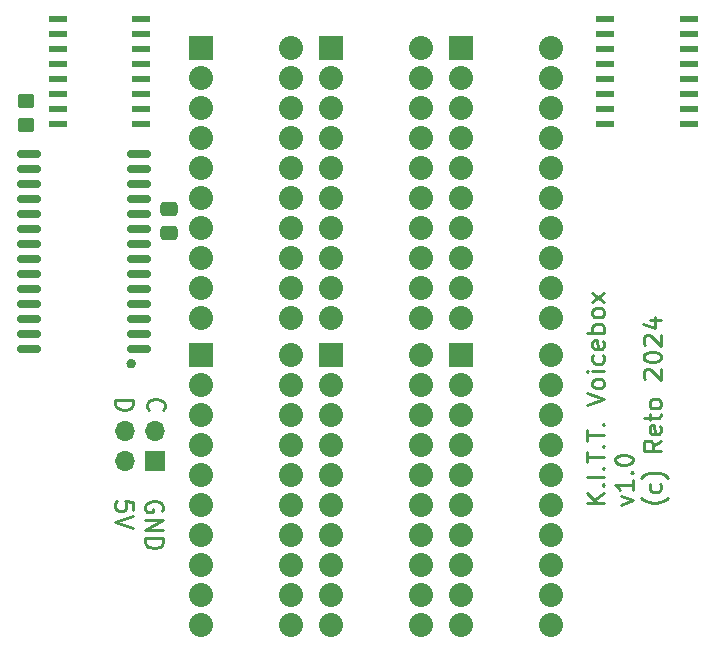
<source format=gbr>
%TF.GenerationSoftware,KiCad,Pcbnew,7.0.9*%
%TF.CreationDate,2023-12-20T20:56:42+01:00*%
%TF.ProjectId,KITT_Voicebox_v1.0,4b495454-5f56-46f6-9963-65626f785f76,rev?*%
%TF.SameCoordinates,Original*%
%TF.FileFunction,Soldermask,Top*%
%TF.FilePolarity,Negative*%
%FSLAX46Y46*%
G04 Gerber Fmt 4.6, Leading zero omitted, Abs format (unit mm)*
G04 Created by KiCad (PCBNEW 7.0.9) date 2023-12-20 20:56:42*
%MOMM*%
%LPD*%
G01*
G04 APERTURE LIST*
G04 Aperture macros list*
%AMRoundRect*
0 Rectangle with rounded corners*
0 $1 Rounding radius*
0 $2 $3 $4 $5 $6 $7 $8 $9 X,Y pos of 4 corners*
0 Add a 4 corners polygon primitive as box body*
4,1,4,$2,$3,$4,$5,$6,$7,$8,$9,$2,$3,0*
0 Add four circle primitives for the rounded corners*
1,1,$1+$1,$2,$3*
1,1,$1+$1,$4,$5*
1,1,$1+$1,$6,$7*
1,1,$1+$1,$8,$9*
0 Add four rect primitives between the rounded corners*
20,1,$1+$1,$2,$3,$4,$5,0*
20,1,$1+$1,$4,$5,$6,$7,0*
20,1,$1+$1,$6,$7,$8,$9,0*
20,1,$1+$1,$8,$9,$2,$3,0*%
G04 Aperture macros list end*
%ADD10C,0.400000*%
%ADD11C,0.250000*%
%ADD12R,2.032000X2.032000*%
%ADD13C,2.032000*%
%ADD14R,1.700000X1.700000*%
%ADD15O,1.700000X1.700000*%
%ADD16R,1.500000X0.600000*%
%ADD17RoundRect,0.150000X0.875000X0.150000X-0.875000X0.150000X-0.875000X-0.150000X0.875000X-0.150000X0*%
%ADD18RoundRect,0.250000X0.475000X-0.337500X0.475000X0.337500X-0.475000X0.337500X-0.475000X-0.337500X0*%
%ADD19RoundRect,0.250000X-0.450000X0.350000X-0.450000X-0.350000X0.450000X-0.350000X0.450000X0.350000X0*%
G04 APERTURE END LIST*
D10*
X107261000Y-91694000D02*
G75*
G03*
X107261000Y-91694000I-200000J0D01*
G01*
D11*
X107233571Y-104105901D02*
X107233571Y-103391615D01*
X107233571Y-103391615D02*
X106519285Y-103320187D01*
X106519285Y-103320187D02*
X106590714Y-103391615D01*
X106590714Y-103391615D02*
X106662142Y-103534473D01*
X106662142Y-103534473D02*
X106662142Y-103891615D01*
X106662142Y-103891615D02*
X106590714Y-104034473D01*
X106590714Y-104034473D02*
X106519285Y-104105901D01*
X106519285Y-104105901D02*
X106376428Y-104177330D01*
X106376428Y-104177330D02*
X106019285Y-104177330D01*
X106019285Y-104177330D02*
X105876428Y-104105901D01*
X105876428Y-104105901D02*
X105805000Y-104034473D01*
X105805000Y-104034473D02*
X105733571Y-103891615D01*
X105733571Y-103891615D02*
X105733571Y-103534473D01*
X105733571Y-103534473D02*
X105805000Y-103391615D01*
X105805000Y-103391615D02*
X105876428Y-103320187D01*
X107233571Y-104605901D02*
X105733571Y-105105901D01*
X105733571Y-105105901D02*
X107233571Y-105605901D01*
X105733571Y-94755615D02*
X107233571Y-94755615D01*
X107233571Y-94755615D02*
X107233571Y-95112758D01*
X107233571Y-95112758D02*
X107162142Y-95327044D01*
X107162142Y-95327044D02*
X107019285Y-95469901D01*
X107019285Y-95469901D02*
X106876428Y-95541330D01*
X106876428Y-95541330D02*
X106590714Y-95612758D01*
X106590714Y-95612758D02*
X106376428Y-95612758D01*
X106376428Y-95612758D02*
X106090714Y-95541330D01*
X106090714Y-95541330D02*
X105947857Y-95469901D01*
X105947857Y-95469901D02*
X105805000Y-95327044D01*
X105805000Y-95327044D02*
X105733571Y-95112758D01*
X105733571Y-95112758D02*
X105733571Y-94755615D01*
X109702142Y-104177330D02*
X109773571Y-104034473D01*
X109773571Y-104034473D02*
X109773571Y-103820187D01*
X109773571Y-103820187D02*
X109702142Y-103605901D01*
X109702142Y-103605901D02*
X109559285Y-103463044D01*
X109559285Y-103463044D02*
X109416428Y-103391615D01*
X109416428Y-103391615D02*
X109130714Y-103320187D01*
X109130714Y-103320187D02*
X108916428Y-103320187D01*
X108916428Y-103320187D02*
X108630714Y-103391615D01*
X108630714Y-103391615D02*
X108487857Y-103463044D01*
X108487857Y-103463044D02*
X108345000Y-103605901D01*
X108345000Y-103605901D02*
X108273571Y-103820187D01*
X108273571Y-103820187D02*
X108273571Y-103963044D01*
X108273571Y-103963044D02*
X108345000Y-104177330D01*
X108345000Y-104177330D02*
X108416428Y-104248758D01*
X108416428Y-104248758D02*
X108916428Y-104248758D01*
X108916428Y-104248758D02*
X108916428Y-103963044D01*
X108273571Y-104891615D02*
X109773571Y-104891615D01*
X109773571Y-104891615D02*
X108273571Y-105748758D01*
X108273571Y-105748758D02*
X109773571Y-105748758D01*
X108273571Y-106463044D02*
X109773571Y-106463044D01*
X109773571Y-106463044D02*
X109773571Y-106820187D01*
X109773571Y-106820187D02*
X109702142Y-107034473D01*
X109702142Y-107034473D02*
X109559285Y-107177330D01*
X109559285Y-107177330D02*
X109416428Y-107248759D01*
X109416428Y-107248759D02*
X109130714Y-107320187D01*
X109130714Y-107320187D02*
X108916428Y-107320187D01*
X108916428Y-107320187D02*
X108630714Y-107248759D01*
X108630714Y-107248759D02*
X108487857Y-107177330D01*
X108487857Y-107177330D02*
X108345000Y-107034473D01*
X108345000Y-107034473D02*
X108273571Y-106820187D01*
X108273571Y-106820187D02*
X108273571Y-106463044D01*
X108543428Y-95612758D02*
X108472000Y-95541330D01*
X108472000Y-95541330D02*
X108400571Y-95327044D01*
X108400571Y-95327044D02*
X108400571Y-95184187D01*
X108400571Y-95184187D02*
X108472000Y-94969901D01*
X108472000Y-94969901D02*
X108614857Y-94827044D01*
X108614857Y-94827044D02*
X108757714Y-94755615D01*
X108757714Y-94755615D02*
X109043428Y-94684187D01*
X109043428Y-94684187D02*
X109257714Y-94684187D01*
X109257714Y-94684187D02*
X109543428Y-94755615D01*
X109543428Y-94755615D02*
X109686285Y-94827044D01*
X109686285Y-94827044D02*
X109829142Y-94969901D01*
X109829142Y-94969901D02*
X109900571Y-95184187D01*
X109900571Y-95184187D02*
X109900571Y-95327044D01*
X109900571Y-95327044D02*
X109829142Y-95541330D01*
X109829142Y-95541330D02*
X109757714Y-95612758D01*
X147119428Y-103491384D02*
X145619428Y-103491384D01*
X147119428Y-102634241D02*
X146262285Y-103277098D01*
X145619428Y-102634241D02*
X146476571Y-103491384D01*
X146976571Y-101991384D02*
X147048000Y-101919955D01*
X147048000Y-101919955D02*
X147119428Y-101991384D01*
X147119428Y-101991384D02*
X147048000Y-102062812D01*
X147048000Y-102062812D02*
X146976571Y-101991384D01*
X146976571Y-101991384D02*
X147119428Y-101991384D01*
X147119428Y-101277098D02*
X145619428Y-101277098D01*
X146976571Y-100562812D02*
X147048000Y-100491383D01*
X147048000Y-100491383D02*
X147119428Y-100562812D01*
X147119428Y-100562812D02*
X147048000Y-100634240D01*
X147048000Y-100634240D02*
X146976571Y-100562812D01*
X146976571Y-100562812D02*
X147119428Y-100562812D01*
X145619428Y-100062811D02*
X145619428Y-99205669D01*
X147119428Y-99634240D02*
X145619428Y-99634240D01*
X146976571Y-98705669D02*
X147048000Y-98634240D01*
X147048000Y-98634240D02*
X147119428Y-98705669D01*
X147119428Y-98705669D02*
X147048000Y-98777097D01*
X147048000Y-98777097D02*
X146976571Y-98705669D01*
X146976571Y-98705669D02*
X147119428Y-98705669D01*
X145619428Y-98205668D02*
X145619428Y-97348526D01*
X147119428Y-97777097D02*
X145619428Y-97777097D01*
X146976571Y-96848526D02*
X147048000Y-96777097D01*
X147048000Y-96777097D02*
X147119428Y-96848526D01*
X147119428Y-96848526D02*
X147048000Y-96919954D01*
X147048000Y-96919954D02*
X146976571Y-96848526D01*
X146976571Y-96848526D02*
X147119428Y-96848526D01*
X145619428Y-95205668D02*
X147119428Y-94705668D01*
X147119428Y-94705668D02*
X145619428Y-94205668D01*
X147119428Y-93491383D02*
X147048000Y-93634240D01*
X147048000Y-93634240D02*
X146976571Y-93705669D01*
X146976571Y-93705669D02*
X146833714Y-93777097D01*
X146833714Y-93777097D02*
X146405142Y-93777097D01*
X146405142Y-93777097D02*
X146262285Y-93705669D01*
X146262285Y-93705669D02*
X146190857Y-93634240D01*
X146190857Y-93634240D02*
X146119428Y-93491383D01*
X146119428Y-93491383D02*
X146119428Y-93277097D01*
X146119428Y-93277097D02*
X146190857Y-93134240D01*
X146190857Y-93134240D02*
X146262285Y-93062812D01*
X146262285Y-93062812D02*
X146405142Y-92991383D01*
X146405142Y-92991383D02*
X146833714Y-92991383D01*
X146833714Y-92991383D02*
X146976571Y-93062812D01*
X146976571Y-93062812D02*
X147048000Y-93134240D01*
X147048000Y-93134240D02*
X147119428Y-93277097D01*
X147119428Y-93277097D02*
X147119428Y-93491383D01*
X147119428Y-92348526D02*
X146119428Y-92348526D01*
X145619428Y-92348526D02*
X145690857Y-92419954D01*
X145690857Y-92419954D02*
X145762285Y-92348526D01*
X145762285Y-92348526D02*
X145690857Y-92277097D01*
X145690857Y-92277097D02*
X145619428Y-92348526D01*
X145619428Y-92348526D02*
X145762285Y-92348526D01*
X147048000Y-90991383D02*
X147119428Y-91134240D01*
X147119428Y-91134240D02*
X147119428Y-91419954D01*
X147119428Y-91419954D02*
X147048000Y-91562811D01*
X147048000Y-91562811D02*
X146976571Y-91634240D01*
X146976571Y-91634240D02*
X146833714Y-91705668D01*
X146833714Y-91705668D02*
X146405142Y-91705668D01*
X146405142Y-91705668D02*
X146262285Y-91634240D01*
X146262285Y-91634240D02*
X146190857Y-91562811D01*
X146190857Y-91562811D02*
X146119428Y-91419954D01*
X146119428Y-91419954D02*
X146119428Y-91134240D01*
X146119428Y-91134240D02*
X146190857Y-90991383D01*
X147048000Y-89777097D02*
X147119428Y-89919954D01*
X147119428Y-89919954D02*
X147119428Y-90205669D01*
X147119428Y-90205669D02*
X147048000Y-90348526D01*
X147048000Y-90348526D02*
X146905142Y-90419954D01*
X146905142Y-90419954D02*
X146333714Y-90419954D01*
X146333714Y-90419954D02*
X146190857Y-90348526D01*
X146190857Y-90348526D02*
X146119428Y-90205669D01*
X146119428Y-90205669D02*
X146119428Y-89919954D01*
X146119428Y-89919954D02*
X146190857Y-89777097D01*
X146190857Y-89777097D02*
X146333714Y-89705669D01*
X146333714Y-89705669D02*
X146476571Y-89705669D01*
X146476571Y-89705669D02*
X146619428Y-90419954D01*
X147119428Y-89062812D02*
X145619428Y-89062812D01*
X146190857Y-89062812D02*
X146119428Y-88919955D01*
X146119428Y-88919955D02*
X146119428Y-88634240D01*
X146119428Y-88634240D02*
X146190857Y-88491383D01*
X146190857Y-88491383D02*
X146262285Y-88419955D01*
X146262285Y-88419955D02*
X146405142Y-88348526D01*
X146405142Y-88348526D02*
X146833714Y-88348526D01*
X146833714Y-88348526D02*
X146976571Y-88419955D01*
X146976571Y-88419955D02*
X147048000Y-88491383D01*
X147048000Y-88491383D02*
X147119428Y-88634240D01*
X147119428Y-88634240D02*
X147119428Y-88919955D01*
X147119428Y-88919955D02*
X147048000Y-89062812D01*
X147119428Y-87491383D02*
X147048000Y-87634240D01*
X147048000Y-87634240D02*
X146976571Y-87705669D01*
X146976571Y-87705669D02*
X146833714Y-87777097D01*
X146833714Y-87777097D02*
X146405142Y-87777097D01*
X146405142Y-87777097D02*
X146262285Y-87705669D01*
X146262285Y-87705669D02*
X146190857Y-87634240D01*
X146190857Y-87634240D02*
X146119428Y-87491383D01*
X146119428Y-87491383D02*
X146119428Y-87277097D01*
X146119428Y-87277097D02*
X146190857Y-87134240D01*
X146190857Y-87134240D02*
X146262285Y-87062812D01*
X146262285Y-87062812D02*
X146405142Y-86991383D01*
X146405142Y-86991383D02*
X146833714Y-86991383D01*
X146833714Y-86991383D02*
X146976571Y-87062812D01*
X146976571Y-87062812D02*
X147048000Y-87134240D01*
X147048000Y-87134240D02*
X147119428Y-87277097D01*
X147119428Y-87277097D02*
X147119428Y-87491383D01*
X147119428Y-86491383D02*
X146119428Y-85705669D01*
X146119428Y-86491383D02*
X147119428Y-85705669D01*
X148534428Y-103634241D02*
X149534428Y-103277098D01*
X149534428Y-103277098D02*
X148534428Y-102919955D01*
X149534428Y-101562812D02*
X149534428Y-102419955D01*
X149534428Y-101991384D02*
X148034428Y-101991384D01*
X148034428Y-101991384D02*
X148248714Y-102134241D01*
X148248714Y-102134241D02*
X148391571Y-102277098D01*
X148391571Y-102277098D02*
X148463000Y-102419955D01*
X149391571Y-100919956D02*
X149463000Y-100848527D01*
X149463000Y-100848527D02*
X149534428Y-100919956D01*
X149534428Y-100919956D02*
X149463000Y-100991384D01*
X149463000Y-100991384D02*
X149391571Y-100919956D01*
X149391571Y-100919956D02*
X149534428Y-100919956D01*
X148034428Y-99919955D02*
X148034428Y-99777098D01*
X148034428Y-99777098D02*
X148105857Y-99634241D01*
X148105857Y-99634241D02*
X148177285Y-99562813D01*
X148177285Y-99562813D02*
X148320142Y-99491384D01*
X148320142Y-99491384D02*
X148605857Y-99419955D01*
X148605857Y-99419955D02*
X148963000Y-99419955D01*
X148963000Y-99419955D02*
X149248714Y-99491384D01*
X149248714Y-99491384D02*
X149391571Y-99562813D01*
X149391571Y-99562813D02*
X149463000Y-99634241D01*
X149463000Y-99634241D02*
X149534428Y-99777098D01*
X149534428Y-99777098D02*
X149534428Y-99919955D01*
X149534428Y-99919955D02*
X149463000Y-100062813D01*
X149463000Y-100062813D02*
X149391571Y-100134241D01*
X149391571Y-100134241D02*
X149248714Y-100205670D01*
X149248714Y-100205670D02*
X148963000Y-100277098D01*
X148963000Y-100277098D02*
X148605857Y-100277098D01*
X148605857Y-100277098D02*
X148320142Y-100205670D01*
X148320142Y-100205670D02*
X148177285Y-100134241D01*
X148177285Y-100134241D02*
X148105857Y-100062813D01*
X148105857Y-100062813D02*
X148034428Y-99919955D01*
X152520857Y-103062812D02*
X152449428Y-103134241D01*
X152449428Y-103134241D02*
X152235142Y-103277098D01*
X152235142Y-103277098D02*
X152092285Y-103348527D01*
X152092285Y-103348527D02*
X151878000Y-103419955D01*
X151878000Y-103419955D02*
X151520857Y-103491384D01*
X151520857Y-103491384D02*
X151235142Y-103491384D01*
X151235142Y-103491384D02*
X150878000Y-103419955D01*
X150878000Y-103419955D02*
X150663714Y-103348527D01*
X150663714Y-103348527D02*
X150520857Y-103277098D01*
X150520857Y-103277098D02*
X150306571Y-103134241D01*
X150306571Y-103134241D02*
X150235142Y-103062812D01*
X151878000Y-101848527D02*
X151949428Y-101991384D01*
X151949428Y-101991384D02*
X151949428Y-102277098D01*
X151949428Y-102277098D02*
X151878000Y-102419955D01*
X151878000Y-102419955D02*
X151806571Y-102491384D01*
X151806571Y-102491384D02*
X151663714Y-102562812D01*
X151663714Y-102562812D02*
X151235142Y-102562812D01*
X151235142Y-102562812D02*
X151092285Y-102491384D01*
X151092285Y-102491384D02*
X151020857Y-102419955D01*
X151020857Y-102419955D02*
X150949428Y-102277098D01*
X150949428Y-102277098D02*
X150949428Y-101991384D01*
X150949428Y-101991384D02*
X151020857Y-101848527D01*
X152520857Y-101348527D02*
X152449428Y-101277098D01*
X152449428Y-101277098D02*
X152235142Y-101134241D01*
X152235142Y-101134241D02*
X152092285Y-101062813D01*
X152092285Y-101062813D02*
X151878000Y-100991384D01*
X151878000Y-100991384D02*
X151520857Y-100919955D01*
X151520857Y-100919955D02*
X151235142Y-100919955D01*
X151235142Y-100919955D02*
X150878000Y-100991384D01*
X150878000Y-100991384D02*
X150663714Y-101062813D01*
X150663714Y-101062813D02*
X150520857Y-101134241D01*
X150520857Y-101134241D02*
X150306571Y-101277098D01*
X150306571Y-101277098D02*
X150235142Y-101348527D01*
X151949428Y-98205670D02*
X151235142Y-98705670D01*
X151949428Y-99062813D02*
X150449428Y-99062813D01*
X150449428Y-99062813D02*
X150449428Y-98491384D01*
X150449428Y-98491384D02*
X150520857Y-98348527D01*
X150520857Y-98348527D02*
X150592285Y-98277098D01*
X150592285Y-98277098D02*
X150735142Y-98205670D01*
X150735142Y-98205670D02*
X150949428Y-98205670D01*
X150949428Y-98205670D02*
X151092285Y-98277098D01*
X151092285Y-98277098D02*
X151163714Y-98348527D01*
X151163714Y-98348527D02*
X151235142Y-98491384D01*
X151235142Y-98491384D02*
X151235142Y-99062813D01*
X151878000Y-96991384D02*
X151949428Y-97134241D01*
X151949428Y-97134241D02*
X151949428Y-97419956D01*
X151949428Y-97419956D02*
X151878000Y-97562813D01*
X151878000Y-97562813D02*
X151735142Y-97634241D01*
X151735142Y-97634241D02*
X151163714Y-97634241D01*
X151163714Y-97634241D02*
X151020857Y-97562813D01*
X151020857Y-97562813D02*
X150949428Y-97419956D01*
X150949428Y-97419956D02*
X150949428Y-97134241D01*
X150949428Y-97134241D02*
X151020857Y-96991384D01*
X151020857Y-96991384D02*
X151163714Y-96919956D01*
X151163714Y-96919956D02*
X151306571Y-96919956D01*
X151306571Y-96919956D02*
X151449428Y-97634241D01*
X150949428Y-96491384D02*
X150949428Y-95919956D01*
X150449428Y-96277099D02*
X151735142Y-96277099D01*
X151735142Y-96277099D02*
X151878000Y-96205670D01*
X151878000Y-96205670D02*
X151949428Y-96062813D01*
X151949428Y-96062813D02*
X151949428Y-95919956D01*
X151949428Y-95205670D02*
X151878000Y-95348527D01*
X151878000Y-95348527D02*
X151806571Y-95419956D01*
X151806571Y-95419956D02*
X151663714Y-95491384D01*
X151663714Y-95491384D02*
X151235142Y-95491384D01*
X151235142Y-95491384D02*
X151092285Y-95419956D01*
X151092285Y-95419956D02*
X151020857Y-95348527D01*
X151020857Y-95348527D02*
X150949428Y-95205670D01*
X150949428Y-95205670D02*
X150949428Y-94991384D01*
X150949428Y-94991384D02*
X151020857Y-94848527D01*
X151020857Y-94848527D02*
X151092285Y-94777099D01*
X151092285Y-94777099D02*
X151235142Y-94705670D01*
X151235142Y-94705670D02*
X151663714Y-94705670D01*
X151663714Y-94705670D02*
X151806571Y-94777099D01*
X151806571Y-94777099D02*
X151878000Y-94848527D01*
X151878000Y-94848527D02*
X151949428Y-94991384D01*
X151949428Y-94991384D02*
X151949428Y-95205670D01*
X150592285Y-92991384D02*
X150520857Y-92919956D01*
X150520857Y-92919956D02*
X150449428Y-92777099D01*
X150449428Y-92777099D02*
X150449428Y-92419956D01*
X150449428Y-92419956D02*
X150520857Y-92277099D01*
X150520857Y-92277099D02*
X150592285Y-92205670D01*
X150592285Y-92205670D02*
X150735142Y-92134241D01*
X150735142Y-92134241D02*
X150878000Y-92134241D01*
X150878000Y-92134241D02*
X151092285Y-92205670D01*
X151092285Y-92205670D02*
X151949428Y-93062813D01*
X151949428Y-93062813D02*
X151949428Y-92134241D01*
X150449428Y-91205670D02*
X150449428Y-91062813D01*
X150449428Y-91062813D02*
X150520857Y-90919956D01*
X150520857Y-90919956D02*
X150592285Y-90848528D01*
X150592285Y-90848528D02*
X150735142Y-90777099D01*
X150735142Y-90777099D02*
X151020857Y-90705670D01*
X151020857Y-90705670D02*
X151378000Y-90705670D01*
X151378000Y-90705670D02*
X151663714Y-90777099D01*
X151663714Y-90777099D02*
X151806571Y-90848528D01*
X151806571Y-90848528D02*
X151878000Y-90919956D01*
X151878000Y-90919956D02*
X151949428Y-91062813D01*
X151949428Y-91062813D02*
X151949428Y-91205670D01*
X151949428Y-91205670D02*
X151878000Y-91348528D01*
X151878000Y-91348528D02*
X151806571Y-91419956D01*
X151806571Y-91419956D02*
X151663714Y-91491385D01*
X151663714Y-91491385D02*
X151378000Y-91562813D01*
X151378000Y-91562813D02*
X151020857Y-91562813D01*
X151020857Y-91562813D02*
X150735142Y-91491385D01*
X150735142Y-91491385D02*
X150592285Y-91419956D01*
X150592285Y-91419956D02*
X150520857Y-91348528D01*
X150520857Y-91348528D02*
X150449428Y-91205670D01*
X150592285Y-90134242D02*
X150520857Y-90062814D01*
X150520857Y-90062814D02*
X150449428Y-89919957D01*
X150449428Y-89919957D02*
X150449428Y-89562814D01*
X150449428Y-89562814D02*
X150520857Y-89419957D01*
X150520857Y-89419957D02*
X150592285Y-89348528D01*
X150592285Y-89348528D02*
X150735142Y-89277099D01*
X150735142Y-89277099D02*
X150878000Y-89277099D01*
X150878000Y-89277099D02*
X151092285Y-89348528D01*
X151092285Y-89348528D02*
X151949428Y-90205671D01*
X151949428Y-90205671D02*
X151949428Y-89277099D01*
X150949428Y-87991386D02*
X151949428Y-87991386D01*
X150378000Y-88348528D02*
X151449428Y-88705671D01*
X151449428Y-88705671D02*
X151449428Y-87777100D01*
D12*
%TO.C,BAR3*%
X113000000Y-65000000D03*
D13*
X113000000Y-67540000D03*
X113000000Y-70080000D03*
X113000000Y-72620000D03*
X113000000Y-75160000D03*
X113000000Y-77700000D03*
X113000000Y-80240000D03*
X113000000Y-82780000D03*
X113000000Y-85320000D03*
X113000000Y-87860000D03*
X120620000Y-87860000D03*
X120620000Y-85320000D03*
X120620000Y-82780000D03*
X120620000Y-80240000D03*
X120620000Y-77700000D03*
X120620000Y-75160000D03*
X120620000Y-72620000D03*
X120620000Y-70080000D03*
X120620000Y-67540000D03*
X120620000Y-65000000D03*
%TD*%
D14*
%TO.C,J1*%
X109093000Y-99949000D03*
D15*
X106553000Y-99949000D03*
X109093000Y-97409000D03*
X106553000Y-97409000D03*
%TD*%
D12*
%TO.C,BAR6*%
X135000000Y-91000000D03*
D13*
X135000000Y-93540000D03*
X135000000Y-96080000D03*
X135000000Y-98620000D03*
X135000000Y-101160000D03*
X135000000Y-103700000D03*
X135000000Y-106240000D03*
X135000000Y-108780000D03*
X135000000Y-111320000D03*
X135000000Y-113860000D03*
X142620000Y-113860000D03*
X142620000Y-111320000D03*
X142620000Y-108780000D03*
X142620000Y-106240000D03*
X142620000Y-103700000D03*
X142620000Y-101160000D03*
X142620000Y-98620000D03*
X142620000Y-96080000D03*
X142620000Y-93540000D03*
X142620000Y-91000000D03*
%TD*%
D16*
%TO.C,RN1*%
X100838000Y-62484000D03*
X100838000Y-63754000D03*
X100838000Y-65024000D03*
X100838000Y-66294000D03*
X100838000Y-67564000D03*
X100838000Y-68834000D03*
X100838000Y-70104000D03*
X100838000Y-71374000D03*
X107938000Y-71374000D03*
X107938000Y-70104000D03*
X107938000Y-68834000D03*
X107938000Y-67564000D03*
X107938000Y-66294000D03*
X107938000Y-65024000D03*
X107938000Y-63754000D03*
X107938000Y-62484000D03*
%TD*%
D12*
%TO.C,BAR5*%
X135000000Y-65000000D03*
D13*
X135000000Y-67540000D03*
X135000000Y-70080000D03*
X135000000Y-72620000D03*
X135000000Y-75160000D03*
X135000000Y-77700000D03*
X135000000Y-80240000D03*
X135000000Y-82780000D03*
X135000000Y-85320000D03*
X135000000Y-87860000D03*
X142620000Y-87860000D03*
X142620000Y-85320000D03*
X142620000Y-82780000D03*
X142620000Y-80240000D03*
X142620000Y-77700000D03*
X142620000Y-75160000D03*
X142620000Y-72620000D03*
X142620000Y-70080000D03*
X142620000Y-67540000D03*
X142620000Y-65000000D03*
%TD*%
D17*
%TO.C,U2*%
X107725000Y-90424000D03*
X107725000Y-89154000D03*
X107725000Y-87884000D03*
X107725000Y-86614000D03*
X107725000Y-85344000D03*
X107725000Y-84074000D03*
X107725000Y-82804000D03*
X107725000Y-81534000D03*
X107725000Y-80264000D03*
X107725000Y-78994000D03*
X107725000Y-77724000D03*
X107725000Y-76454000D03*
X107725000Y-75184000D03*
X107725000Y-73914000D03*
X98425000Y-73914000D03*
X98425000Y-75184000D03*
X98425000Y-76454000D03*
X98425000Y-77724000D03*
X98425000Y-78994000D03*
X98425000Y-80264000D03*
X98425000Y-81534000D03*
X98425000Y-82804000D03*
X98425000Y-84074000D03*
X98425000Y-85344000D03*
X98425000Y-86614000D03*
X98425000Y-87884000D03*
X98425000Y-89154000D03*
X98425000Y-90424000D03*
%TD*%
D16*
%TO.C,RN3*%
X154293000Y-71374000D03*
X154293000Y-70104000D03*
X154293000Y-68834000D03*
X154293000Y-67564000D03*
X154293000Y-66294000D03*
X154293000Y-65024000D03*
X154293000Y-63754000D03*
X154293000Y-62484000D03*
X147193000Y-62484000D03*
X147193000Y-63754000D03*
X147193000Y-65024000D03*
X147193000Y-66294000D03*
X147193000Y-67564000D03*
X147193000Y-68834000D03*
X147193000Y-70104000D03*
X147193000Y-71374000D03*
%TD*%
D18*
%TO.C,C2*%
X110236000Y-80666500D03*
X110236000Y-78591500D03*
%TD*%
D19*
%TO.C,R1*%
X98171000Y-69485000D03*
X98171000Y-71485000D03*
%TD*%
D12*
%TO.C,BAR2*%
X124000000Y-91000000D03*
D13*
X124000000Y-93540000D03*
X124000000Y-96080000D03*
X124000000Y-98620000D03*
X124000000Y-101160000D03*
X124000000Y-103700000D03*
X124000000Y-106240000D03*
X124000000Y-108780000D03*
X124000000Y-111320000D03*
X124000000Y-113860000D03*
X131620000Y-113860000D03*
X131620000Y-111320000D03*
X131620000Y-108780000D03*
X131620000Y-106240000D03*
X131620000Y-103700000D03*
X131620000Y-101160000D03*
X131620000Y-98620000D03*
X131620000Y-96080000D03*
X131620000Y-93540000D03*
X131620000Y-91000000D03*
%TD*%
D12*
%TO.C,BAR4*%
X113000000Y-91000000D03*
D13*
X113000000Y-93540000D03*
X113000000Y-96080000D03*
X113000000Y-98620000D03*
X113000000Y-101160000D03*
X113000000Y-103700000D03*
X113000000Y-106240000D03*
X113000000Y-108780000D03*
X113000000Y-111320000D03*
X113000000Y-113860000D03*
X120620000Y-113860000D03*
X120620000Y-111320000D03*
X120620000Y-108780000D03*
X120620000Y-106240000D03*
X120620000Y-103700000D03*
X120620000Y-101160000D03*
X120620000Y-98620000D03*
X120620000Y-96080000D03*
X120620000Y-93540000D03*
X120620000Y-91000000D03*
%TD*%
D12*
%TO.C,BAR1*%
X124000000Y-65000000D03*
D13*
X124000000Y-67540000D03*
X124000000Y-70080000D03*
X124000000Y-72620000D03*
X124000000Y-75160000D03*
X124000000Y-77700000D03*
X124000000Y-80240000D03*
X124000000Y-82780000D03*
X124000000Y-85320000D03*
X124000000Y-87860000D03*
X131620000Y-87860000D03*
X131620000Y-85320000D03*
X131620000Y-82780000D03*
X131620000Y-80240000D03*
X131620000Y-77700000D03*
X131620000Y-75160000D03*
X131620000Y-72620000D03*
X131620000Y-70080000D03*
X131620000Y-67540000D03*
X131620000Y-65000000D03*
%TD*%
M02*

</source>
